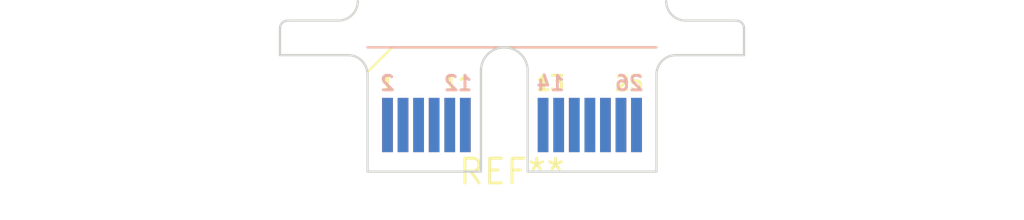
<source format=kicad_pcb>
(kicad_pcb (version 20240108) (generator pcbnew)
  (layers (0 "F.Cu" signal) (31 "B.Cu" signal) (34 "B.Paste" user) (35 "F.Paste" user) (36 "B.SilkS" user "B.Silkscreen") (37 "F.SilkS" user "F.Silkscreen") (38 "B.Mask" user) (39 "F.Mask" user) (44 "Edge.Cuts" user))
  (net 0 "")
  (footprint "Samtec_HSEC8-113-X-X-DV-BL_2x13_P0.8mm_Edge" (layer "F.Cu") (at 0 0)
    (property "Reference" "REF**")
    (property "Value" "Samtec_HSEC8-113-X-X-DV-BL_2x13_P0.8mm_Edge")
    (fp_line (start -7.425 -6.4) (end -7.425 -6.4) (layer "B.SilkS") (stroke (width 0.12)))
    (fp_line (start -7.425 -6.4) (end 7.425 -6.4) (layer "B.SilkS") (stroke (width 0.12)))
    (fp_line (start -7.425 -5.13) (end -6.155 -6.4) (layer "F.SilkS") (stroke (width 0.12)))
    (fp_line (start -6.155 -6.4) (end 7.425 -6.4) (layer "F.SilkS") (stroke (width 0.12)))
    (fp_line (start -11.925 -6) (end -11.925 -7.38) (layer "Edge.Cuts") (stroke (width 0.12)))
    (fp_line (start -11.525 -7.78) (end -8.925 -7.78) (layer "Edge.Cuts") (stroke (width 0.12)))
    (fp_line (start -8.425 -6) (end -11.925 -6) (layer "Edge.Cuts") (stroke (width 0.12)))
    (fp_line (start -7.425 -5) (end -7.425 0) (layer "Edge.Cuts") (stroke (width 0.12)))
    (fp_line (start -7.425 0) (end -1.595 0) (layer "Edge.Cuts") (stroke (width 0.12)))
    (fp_line (start -1.595 0) (end -1.595 -5.2) (layer "Edge.Cuts") (stroke (width 0.12)))
    (fp_line (start 0.805 -5.2) (end 0.805 0) (layer "Edge.Cuts") (stroke (width 0.12)))
    (fp_line (start 0.805 0) (end 7.425 0) (layer "Edge.Cuts") (stroke (width 0.12)))
    (fp_line (start 7.425 0) (end 7.425 -5) (layer "Edge.Cuts") (stroke (width 0.12)))
    (fp_line (start 8.425 -6) (end 11.925 -6) (layer "Edge.Cuts") (stroke (width 0.12)))
    (fp_line (start 11.525 -7.78) (end 8.925 -7.78) (layer "Edge.Cuts") (stroke (width 0.12)))
    (fp_line (start 11.925 -6) (end 11.925 -7.38) (layer "Edge.Cuts") (stroke (width 0.12)))
    (fp_arc (start -11.925 -7.38) (mid -11.807843 -7.662843) (end -11.525 -7.78) (layer "Edge.Cuts") (stroke (width 0.12)))
    (fp_arc (start -8.425 -6) (mid -7.717893 -5.707107) (end -7.425 -5) (layer "Edge.Cuts") (stroke (width 0.12)))
    (fp_arc (start -7.925 -8.78) (mid -8.217893 -8.072893) (end -8.925 -7.78) (layer "Edge.Cuts") (stroke (width 0.12)))
    (fp_arc (start -1.595 -5.2) (mid -0.395 -6.4) (end 0.805 -5.2) (layer "Edge.Cuts") (stroke (width 0.12)))
    (fp_arc (start 7.425 -5) (mid 7.717893 -5.707107) (end 8.425 -6) (layer "Edge.Cuts") (stroke (width 0.12)))
    (fp_arc (start 8.925 -7.78) (mid 8.217893 -8.072893) (end 7.925 -8.78) (layer "Edge.Cuts") (stroke (width 0.12)))
    (fp_arc (start 11.525 -7.78) (mid 11.807843 -7.662843) (end 11.925 -7.38) (layer "Edge.Cuts") (stroke (width 0.12)))
    (fp_text user "12" (at -2.775 -4.55 0) (layer "B.SilkS") (effects (font (size 0.75 0.75)) (justify mirror)))
    (fp_text user "2" (at -6.4 -4.55 0) (layer "B.SilkS") (effects (font (size 0.75 0.75)) (justify mirror)))
    (fp_text user "26" (at 6.025 -4.55 0) (layer "B.SilkS") (effects (font (size 0.75 0.75)) (justify mirror)))
    (fp_text user "14" (at 1.975 -4.55 0) (layer "B.SilkS") (effects (font (size 0.75 0.75)) (justify mirror)))
    (fp_text user "13" (at 1.975 -4.55 0) (layer "F.SilkS") (effects (font (size 0.75 0.75))))
    (fp_text user "25" (at 6.025 -4.55 0) (layer "F.SilkS") (effects (font (size 0.75 0.75))))
    (fp_text user "1" (at -6.4 -4.55 0) (layer "F.SilkS") (effects (font (size 0.75 0.75))))
    (fp_text user "11" (at -2.775 -4.55 0) (layer "F.SilkS") (effects (font (size 0.75 0.75))))
    (pad "1" connect rect (at -6.4 -2.4) (size 0.55 2.8) (layers "F.Cu" "F.Mask"))
    (pad "2" connect rect (at -6.4 -2.4) (size 0.55 2.8) (layers "B.Cu" "B.Mask"))
    (pad "3" connect rect (at -5.6 -2.4) (size 0.55 2.8) (layers "F.Cu" "F.Mask"))
    (pad "4" connect rect (at -5.6 -2.4) (size 0.55 2.8) (layers "B.Cu" "B.Mask"))
    (pad "5" connect rect (at -4.8 -2.4) (size 0.55 2.8) (layers "F.Cu" "F.Mask"))
    (pad "6" connect rect (at -4.8 -2.4) (size 0.55 2.8) (layers "B.Cu" "B.Mask"))
    (pad "7" connect rect (at -4 -2.4) (size 0.55 2.8) (layers "F.Cu" "F.Mask"))
    (pad "8" connect rect (at -4 -2.4) (size 0.55 2.8) (layers "B.Cu" "B.Mask"))
    (pad "9" connect rect (at -3.2 -2.4) (size 0.55 2.8) (layers "F.Cu" "F.Mask"))
    (pad "10" connect rect (at -3.2 -2.4) (size 0.55 2.8) (layers "B.Cu" "B.Mask"))
    (pad "11" connect rect (at -2.4 -2.4) (size 0.55 2.8) (layers "F.Cu" "F.Mask"))
    (pad "12" connect rect (at -2.4 -2.4) (size 0.55 2.8) (layers "B.Cu" "B.Mask"))
    (pad "13" connect rect (at 1.6 -2.4) (size 0.55 2.8) (layers "F.Cu" "F.Mask"))
    (pad "14" connect rect (at 1.6 -2.4) (size 0.55 2.8) (layers "B.Cu" "B.Mask"))
    (pad "15" connect rect (at 2.4 -2.4) (size 0.55 2.8) (layers "F.Cu" "F.Mask"))
    (pad "16" connect rect (at 2.4 -2.4) (size 0.55 2.8) (layers "B.Cu" "B.Mask"))
    (pad "17" connect rect (at 3.2 -2.4) (size 0.55 2.8) (layers "F.Cu" "F.Mask"))
    (pad "18" connect rect (at 3.2 -2.4) (size 0.55 2.8) (layers "B.Cu" "B.Mask"))
    (pad "19" connect rect (at 4 -2.4) (size 0.55 2.8) (layers "F.Cu" "F.Mask"))
    (pad "20" connect rect (at 4 -2.4) (size 0.55 2.8) (layers "B.Cu" "B.Mask"))
    (pad "21" connect rect (at 4.8 -2.4) (size 0.55 2.8) (layers "F.Cu" "F.Mask"))
    (pad "22" connect rect (at 4.8 -2.4) (size 0.55 2.8) (layers "B.Cu" "B.Mask"))
    (pad "23" connect rect (at 5.6 -2.4) (size 0.55 2.8) (layers "F.Cu" "F.Mask"))
    (pad "24" connect rect (at 5.6 -2.4) (size 0.55 2.8) (layers "B.Cu" "B.Mask"))
    (pad "25" connect rect (at 6.4 -2.4) (size 0.55 2.8) (layers "F.Cu" "F.Mask"))
    (pad "26" connect rect (at 6.4 -2.4) (size 0.55 2.8) (layers "B.Cu" "B.Mask"))
  )
)
</source>
